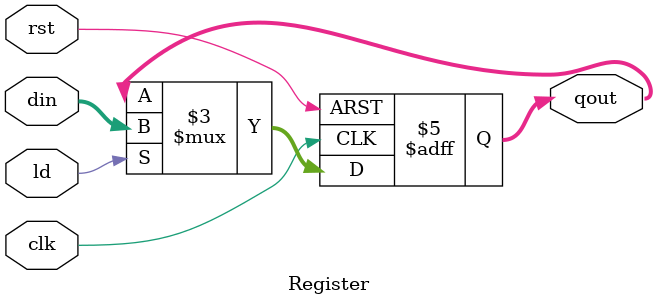
<source format=v>
module Register(clk,rst,ld,din,qout);
    /*
        Register 
        this module used to save values
        default size of register is 32 but can be modified using parameters
    */
    parameter SIZE = 32;
    input clk,rst,ld;
    input[SIZE-1:0] din;
    output reg[SIZE-1:0] qout;
    always@(posedge clk,posedge rst)begin
        if(rst)begin
            qout <= SIZE'b0; 
        end
        else if(ld)begin
            qout <= din; 
        end
        else begin
            qout <= qout; 
        end
    end

endmodule


</source>
